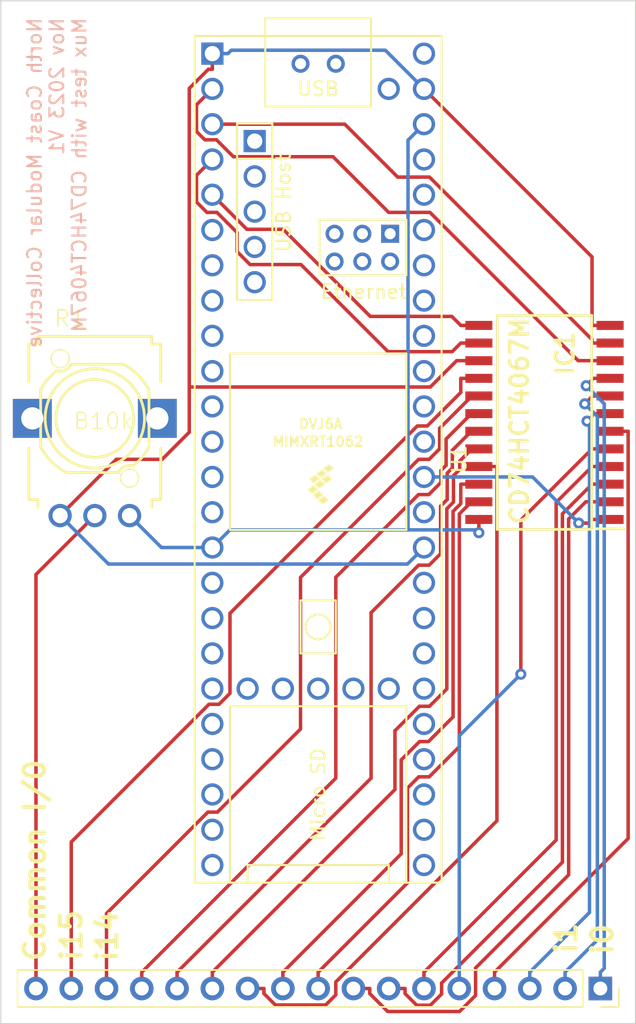
<source format=kicad_pcb>
(kicad_pcb (version 20221018) (generator pcbnew)
  (layers (0 "F.Cu" signal) (31 "B.Cu" signal) (34 "B.Paste" user) (35 "F.Paste" user) (36 "B.SilkS" user "B.Silkscreen") (37 "F.SilkS" user "F.Silkscreen") (38 "B.Mask" user) (39 "F.Mask" user) (44 "Edge.Cuts" user))
  (net 0 "")
  (net 1 "i0")
  (net 2 "i1")
  (net 3 "i2")
  (net 4 "i3")
  (net 5 "i4")
  (net 6 "i5")
  (net 7 "i6")
  (net 8 "i7")
  (net 9 "i8")
  (net 10 "i9")
  (net 11 "i10")
  (net 12 "i11")
  (net 13 "i12")
  (net 14 "i13")
  (net 15 "i14")
  (net 16 "i15")
  (net 17 "Net-(J2-Pin_17)")
  (net 18 "GND")
  (net 19 "+3.3V")
  (net 36 "Common I{slash}O")
  (net 38 "S0")
  (net 39 "S1")
  (net 40 "S2")
  (net 41 "S3")
  (footprint "Alpha potentiometer eurorack:EVUFXL" (layer "F.Cu") (at 133.7774 52.9324)
    (fp_text reference "R1" (at -3 -6.5) (layer "F.SilkS") (effects (font (size 1.1684 1.1684) (thickness 0.1016)) (justify left bottom)))
    (fp_text value "B10k" (at -1.614331 0.873286) (layer "F.SilkS") (effects (font (size 1.1684 1.1684) (thickness 0.1016)) (justify left bottom)))
    (fp_line (start -4.75 -2.65) (end -4.75 -5.35) (stroke (width 0.2032)) (layer "F.SilkS"))
    (fp_line (start -4.75 5.85) (end -4.75 2.15) (stroke (width 0.2032)) (layer "F.SilkS"))
    (fp_line (start -4.75 5.85) (end -4.1 5.85) (stroke (width 0.2032)) (layer "F.SilkS"))
    (fp_line (start -4.1 -5.9) (end -4.1 -5.35) (stroke (width 0.2032)) (layer "F.SilkS"))
    (fp_line (start -4.1 -5.9) (end 4.1 -5.9) (stroke (width 0.2032)) (layer "F.SilkS"))
    (fp_line (start -4.1 -5.35) (end -4.75 -5.35) (stroke (width 0.2032)) (layer "F.SilkS"))
    (fp_line (start -4.1 5.85) (end -4.1 6.4) (stroke (width 0.2032)) (layer "F.SilkS"))
    (fp_line (start -3.9 -2.05) (end -3.9 2.05) (stroke (width 0.2032)) (layer "F.SilkS"))
    (fp_line (start -1.7 -3.9) (end 2.05 -3.9) (stroke (width 0.2032)) (layer "F.SilkS"))
    (fp_line (start 1.7 3.9) (end -2.05 3.9) (stroke (width 0.2032)) (layer "F.SilkS"))
    (fp_line (start 3.9 2.05) (end 3.9 -2.05) (stroke (width 0.2032)) (layer "F.SilkS"))
    (fp_line (start 4.1 -5.35) (end 4.1 -5.9) (stroke (width 0.2032)) (layer "F.SilkS"))
    (fp_line (start 4.1 5.85) (end 4.75 5.85) (stroke (width 0.2032)) (layer "F.SilkS"))
    (fp_line (start 4.1 6.4) (end 4.1 5.85) (stroke (width 0.2032)) (layer "F.SilkS"))
    (fp_line (start 4.75 -5.35) (end 4.1 -5.35) (stroke (width 0.2032)) (layer "F.SilkS"))
    (fp_line (start 4.75 -5.35) (end 4.75 -2.65) (stroke (width 0.2032)) (layer "F.SilkS"))
    (fp_line (start 4.75 2.15) (end 4.75 5.85) (stroke (width 0.2032)) (layer "F.SilkS"))
    (fp_arc (start -3.9 -2.05) (mid -3.402413 -2.802246) (end -2.75 -3.425) (stroke (width 0.2032)) (layer "F.SilkS"))
    (fp_arc (start -2.05 3.9) (mid -3.115486 3.115486) (end -3.9 2.05) (stroke (width 0.2032)) (layer "F.SilkS"))
    (fp_arc (start -1.700001 -3.899999) (mid -2.138487 -3.471258) (end -2.75 -3.425) (stroke (width 0.2032)) (layer "F.SilkS"))
    (fp_arc (start 1.700001 3.899999) (mid 2.138487 3.471258) (end 2.75 3.425) (stroke (width 0.2032)) (layer "F.SilkS"))
    (fp_arc (start 2.05 -3.9) (mid 3.115486 -3.115486) (end 3.9 -2.05) (stroke (width 0.2032)) (layer "F.SilkS"))
    (fp_arc (start 3.9 2.05) (mid 3.402413 2.802245) (end 2.75 3.425) (stroke (width 0.2032)) (layer "F.SilkS"))
    (fp_circle (center -2.5 -4.3) (end -1.85 -4.3) (stroke (width 0.1016)) (fill none) (layer "F.SilkS"))
    (fp_circle (center 0 0) (end 2.8 0) (stroke (width 0.2032)) (fill none) (layer "F.SilkS"))
    (fp_circle (center 0 0) (end 3.575 0) (stroke (width 0.2032)) (fill none) (layer "F.SilkS"))
    (fp_circle (center 2.5 4.3) (end 3.15 4.3) (stroke (width 0.1016)) (fill none) (layer "F.SilkS"))
    (pad "1" thru_hole circle (at -2.5 7 270) (size 1.6764 1.6764) (drill 1.1) (layers "*.Cu" "*.Mask") (net 18 "GND"))
    (pad "2" thru_hole circle (at 0 7 270) (size 1.6764 1.6764) (drill 1.1) (layers "*.Cu" "*.Mask") (net 17 "Net-(J2-Pin_17)"))
    (pad "3" thru_hole circle (at 2.5 7 270) (size 1.6764 1.6764) (drill 1.1) (layers "*.Cu" "*.Mask") (net 19 "+3.3V"))
    (pad "M1" thru_hole rect (at 4.5 0 270) (size 2.8 2.8) (drill 1.6) (layers "*.Cu" "*.Mask"))
    (pad "M2" thru_hole rect (at -4.5 0 270) (size 2.8 2.8) (drill 1.6) (layers "*.Cu" "*.Mask"))
  )
  (footprint "Connector_PinSocket_2.54mm:PinSocket_1x17_P2.54mm_Vertical" (layer "F.Cu") (at 170.18 93.98 -90)
    (fp_text reference "J2" hide)
    (fp_text value "Conn_01x17_Socket" hide)
    (fp_line (start -1.33 1.27) (end -1.33 41.97) (stroke (width 0.12)) (layer "F.SilkS"))
    (fp_line (start -1.33 1.27) (end 1.33 1.27) (stroke (width 0.12)) (layer "F.SilkS"))
    (fp_line (start -1.33 41.97) (end 1.33 41.97) (stroke (width 0.12)) (layer "F.SilkS"))
    (fp_line (start 0 -1.33) (end 1.33 -1.33) (stroke (width 0.12)) (layer "F.SilkS"))
    (fp_line (start 1.33 -1.33) (end 1.33 0) (stroke (width 0.12)) (layer "F.SilkS"))
    (fp_line (start 1.33 1.27) (end 1.33 41.97) (stroke (width 0.12)) (layer "F.SilkS"))
    (pad "1" thru_hole rect (at 0 0 270) (size 1.7 1.7) (drill 1) (layers "*.Cu" "*.Mask") (net 1 "i0"))
    (pad "2" thru_hole oval (at 0 2.54 270) (size 1.7 1.7) (drill 1) (layers "*.Cu" "*.Mask") (net 2 "i1"))
    (pad "3" thru_hole oval (at 0 5.08 270) (size 1.7 1.7) (drill 1) (layers "*.Cu" "*.Mask") (net 3 "i2"))
    (pad "4" thru_hole oval (at 0 7.62 270) (size 1.7 1.7) (drill 1) (layers "*.Cu" "*.Mask") (net 4 "i3"))
    (pad "5" thru_hole oval (at 0 10.16 270) (size 1.7 1.7) (drill 1) (layers "*.Cu" "*.Mask") (net 5 "i4"))
    (pad "6" thru_hole oval (at 0 12.7 270) (size 1.7 1.7) (drill 1) (layers "*.Cu" "*.Mask") (net 6 "i5"))
    (pad "7" thru_hole oval (at 0 15.24 270) (size 1.7 1.7) (drill 1) (layers "*.Cu" "*.Mask") (net 7 "i6"))
    (pad "8" thru_hole oval (at 0 17.78 270) (size 1.7 1.7) (drill 1) (layers "*.Cu" "*.Mask") (net 8 "i7"))
    (pad "9" thru_hole oval (at 0 20.32 270) (size 1.7 1.7) (drill 1) (layers "*.Cu" "*.Mask") (net 9 "i8"))
    (pad "10" thru_hole oval (at 0 22.86 270) (size 1.7 1.7) (drill 1) (layers "*.Cu" "*.Mask") (net 10 "i9"))
    (pad "11" thru_hole oval (at 0 25.4 270) (size 1.7 1.7) (drill 1) (layers "*.Cu" "*.Mask") (net 11 "i10"))
    (pad "12" thru_hole oval (at 0 27.94 270) (size 1.7 1.7) (drill 1) (layers "*.Cu" "*.Mask") (net 12 "i11"))
    (pad "13" thru_hole oval (at 0 30.48 270) (size 1.7 1.7) (drill 1) (layers "*.Cu" "*.Mask") (net 13 "i12"))
    (pad "14" thru_hole oval (at 0 33.02 270) (size 1.7 1.7) (drill 1) (layers "*.Cu" "*.Mask") (net 14 "i13"))
    (pad "15" thru_hole oval (at 0 35.56 270) (size 1.7 1.7) (drill 1) (layers "*.Cu" "*.Mask") (net 15 "i14"))
    (pad "16" thru_hole oval (at 0 38.1 270) (size 1.7 1.7) (drill 1) (layers "*.Cu" "*.Mask") (net 16 "i15"))
    (pad "17" thru_hole oval (at 0 40.64 270) (size 1.7 1.7) (drill 1) (layers "*.Cu" "*.Mask") (net 17 "Net-(J2-Pin_17)"))
  )
  (footprint "CD74HCT4067M MUX:SOIC127P1030X265-24N" (layer "F.Cu") (at 166.1556 53.2241 180)
    (fp_text reference "IC1" (at -1.4844 4.9641 90) (layer "F.SilkS") (effects (font (size 1.27 1.27) (thickness 0.254))))
    (fp_text value "CD74HCT4067M" (at 1.802933 0.100163 90) (layer "F.SilkS") (effects (font (size 1.27 1.27) (thickness 0.254))))
    (fp_line (start -5.7 -7.66) (end -3.75 -7.66) (stroke (width 0.2)) (layer "F.SilkS"))
    (fp_line (start -3.4 -7.7) (end 3.4 -7.7) (stroke (width 0.2)) (layer "F.SilkS"))
    (fp_line (start -3.4 7.7) (end -3.4 -7.7) (stroke (width 0.2)) (layer "F.SilkS"))
    (fp_line (start 3.4 -7.7) (end 3.4 7.7) (stroke (width 0.2)) (layer "F.SilkS"))
    (fp_line (start 3.4 7.7) (end -3.4 7.7) (stroke (width 0.2)) (layer "F.SilkS"))
    (pad "1" smd rect (at -4.725 -6.985 270) (size 0.65 1.95) (layers "F.Cu" "F.Paste" "F.Mask") (net 36 "Common I{slash}O"))
    (pad "2" smd rect (at -4.725 -5.715 270) (size 0.65 1.95) (layers "F.Cu" "F.Paste" "F.Mask") (net 8 "i7"))
    (pad "3" smd rect (at -4.725 -4.445 270) (size 0.65 1.95) (layers "F.Cu" "F.Paste" "F.Mask") (net 7 "i6"))
    (pad "4" smd rect (at -4.725 -3.175 270) (size 0.65 1.95) (layers "F.Cu" "F.Paste" "F.Mask") (net 6 "i5"))
    (pad "5" smd rect (at -4.725 -1.905 270) (size 0.65 1.95) (layers "F.Cu" "F.Paste" "F.Mask") (net 5 "i4"))
    (pad "6" smd rect (at -4.725 -0.635 270) (size 0.65 1.95) (layers "F.Cu" "F.Paste" "F.Mask") (net 4 "i3"))
    (pad "7" smd rect (at -4.725 0.635 270) (size 0.65 1.95) (layers "F.Cu" "F.Paste" "F.Mask") (net 3 "i2"))
    (pad "8" smd rect (at -4.725 1.905 270) (size 0.65 1.95) (layers "F.Cu" "F.Paste" "F.Mask") (net 2 "i1"))
    (pad "9" smd rect (at -4.725 3.175 270) (size 0.65 1.95) (layers "F.Cu" "F.Paste" "F.Mask") (net 1 "i0"))
    (pad "10" smd rect (at -4.725 4.445 270) (size 0.65 1.95) (layers "F.Cu" "F.Paste" "F.Mask") (net 38 "S0"))
    (pad "11" smd rect (at -4.725 5.715 270) (size 0.65 1.95) (layers "F.Cu" "F.Paste" "F.Mask") (net 39 "S1"))
    (pad "12" smd rect (at -4.725 6.985 270) (size 0.65 1.95) (layers "F.Cu" "F.Paste" "F.Mask") (net 18 "GND"))
    (pad "13" smd rect (at 4.725 6.985 270) (size 0.65 1.95) (layers "F.Cu" "F.Paste" "F.Mask") (net 41 "S3"))
    (pad "14" smd rect (at 4.725 5.715 270) (size 0.65 1.95) (layers "F.Cu" "F.Paste" "F.Mask") (net 40 "S2"))
    (pad "15" smd rect (at 4.725 4.445 270) (size 0.65 1.95) (layers "F.Cu" "F.Paste" "F.Mask") (net 18 "GND"))
    (pad "16" smd rect (at 4.725 3.175 270) (size 0.65 1.95) (layers "F.Cu" "F.Paste" "F.Mask") (net 16 "i15"))
    (pad "17" smd rect (at 4.725 1.905 270) (size 0.65 1.95) (layers "F.Cu" "F.Paste" "F.Mask") (net 15 "i14"))
    (pad "18" smd rect (at 4.725 0.635 270) (size 0.65 1.95) (layers "F.Cu" "F.Paste" "F.Mask") (net 14 "i13"))
    (pad "19" smd rect (at 4.725 -0.635 270) (size 0.65 1.95) (layers "F.Cu" "F.Paste" "F.Mask") (net 13 "i12"))
    (pad "20" smd rect (at 4.725 -1.905 270) (size 0.65 1.95) (layers "F.Cu" "F.Paste" "F.Mask") (net 12 "i11"))
    (pad "21" smd rect (at 4.725 -3.175 270) (size 0.65 1.95) (layers "F.Cu" "F.Paste" "F.Mask") (net 11 "i10"))
    (pad "22" smd rect (at 4.725 -4.445 270) (size 0.65 1.95) (layers "F.Cu" "F.Paste" "F.Mask") (net 10 "i9"))
    (pad "23" smd rect (at 4.725 -5.715 270) (size 0.65 1.95) (layers "F.Cu" "F.Paste" "F.Mask") (net 9 "i8"))
    (pad "24" smd rect (at 4.725 -6.985 270) (size 0.65 1.95) (layers "F.Cu" "F.Paste" "F.Mask") (net 19 "+3.3V"))
  )
  (footprint "teensy:Teensy41" (layer "F.Cu") (at 149.86 55.88 -90)
    (fp_text reference "U1" (at 0 -10.16 90) (layer "F.SilkS"))
    (fp_text value "Teensy4.1")
    (fp_text user "DVJ6A" (at -2.54 -0.18) (layer "F.SilkS") (effects (font (size 0.7 0.7))))
    (fp_text user "Ethernet" (at -12.065 -3.2766) (layer "F.SilkS"))
    (fp_text user "MIMXRT1062" (at -1.27 0) (layer "F.SilkS") (effects (font (size 0.7 0.7))))
    (fp_text user "Micro SD" (at 24.13 0 90) (layer "F.SilkS"))
    (fp_text user "USB Host" (at -18.4658 2.4892 90) (layer "F.SilkS"))
    (fp_text user "USB" (at -26.67 0) (layer "F.SilkS"))
    (fp_line (start -31.75 -3.81) (end -30.48 -3.81) (stroke (width 0.15)) (layer "F.SilkS"))
    (fp_line (start -31.75 3.81) (end -31.75 -3.81) (stroke (width 0.15)) (layer "F.SilkS"))
    (fp_line (start -30.48 -8.89) (end 30.48 -8.89) (stroke (width 0.15)) (layer "F.SilkS"))
    (fp_line (start -30.48 3.81) (end -31.75 3.81) (stroke (width 0.15)) (layer "F.SilkS"))
    (fp_line (start -30.48 8.89) (end -30.48 -8.89) (stroke (width 0.15)) (layer "F.SilkS"))
    (fp_line (start -25.4 -3.81) (end -30.48 -3.81) (stroke (width 0.15)) (layer "F.SilkS"))
    (fp_line (start -25.4 3.81) (end -30.48 3.81) (stroke (width 0.15)) (layer "F.SilkS"))
    (fp_line (start -25.4 3.81) (end -25.4 -3.81) (stroke (width 0.15)) (layer "F.SilkS"))
    (fp_line (start -24.1808 3.2992) (end -21.6408 3.2992) (stroke (width 0.15)) (layer "F.SilkS"))
    (fp_line (start -24.1808 3.2992) (end -11.4808 3.2992) (stroke (width 0.15)) (layer "F.SilkS"))
    (fp_line (start -24.1808 5.8392) (end -24.1808 3.2992) (stroke (width 0.15)) (layer "F.SilkS"))
    (fp_line (start -21.6408 3.2992) (end -21.6408 5.8392) (stroke (width 0.15)) (layer "F.SilkS"))
    (fp_line (start -17.25 -6.3516) (end -17.25 -6.1016) (stroke (width 0.15)) (layer "F.SilkS"))
    (fp_line (start -17.25 -6.1016) (end -17.25 -0.1016) (stroke (width 0.15)) (layer "F.SilkS"))
    (fp_line (start -17.25 -0.1016) (end -13.25 -0.1016) (stroke (width 0.15)) (layer "F.SilkS"))
    (fp_line (start -13.25 -6.3516) (end -17.25 -6.3516) (stroke (width 0.15)) (layer "F.SilkS"))
    (fp_line (start -13.25 -0.1016) (end -13.25 -6.3516) (stroke (width 0.15)) (layer "F.SilkS"))
    (fp_line (start -11.4808 3.2992) (end -11.4808 5.8392) (stroke (width 0.15)) (layer "F.SilkS"))
    (fp_line (start -11.4808 5.8392) (end -24.1808 5.8392) (stroke (width 0.15)) (layer "F.SilkS"))
    (fp_line (start -7.62 -6.35) (end -7.62 6.35) (stroke (width 0.15)) (layer "F.SilkS"))
    (fp_line (start -7.62 6.35) (end 5.08 6.35) (stroke (width 0.15)) (layer "F.SilkS"))
    (fp_line (start 5.08 -6.35) (end -7.62 -6.35) (stroke (width 0.15)) (layer "F.SilkS"))
    (fp_line (start 5.08 6.35) (end 5.08 -6.35) (stroke (width 0.15)) (layer "F.SilkS"))
    (fp_line (start 10.16 -1.27) (end 13.97 -1.27) (stroke (width 0.15)) (layer "F.SilkS"))
    (fp_line (start 10.16 1.27) (end 10.16 -1.27) (stroke (width 0.15)) (layer "F.SilkS"))
    (fp_line (start 13.97 -1.27) (end 13.97 1.27) (stroke (width 0.15)) (layer "F.SilkS"))
    (fp_line (start 13.97 1.27) (end 10.16 1.27) (stroke (width 0.15)) (layer "F.SilkS"))
    (fp_line (start 17.78 -6.35) (end 17.78 6.35) (stroke (width 0.15)) (layer "F.SilkS"))
    (fp_line (start 17.78 6.35) (end 30.48 6.35) (stroke (width 0.15)) (layer "F.SilkS"))
    (fp_line (start 29.21 -5.08) (end 29.21 5.08) (stroke (width 0.15)) (layer "F.SilkS"))
    (fp_line (start 29.21 5.08) (end 30.48 5.08) (stroke (width 0.15)) (layer "F.SilkS"))
    (fp_line (start 30.48 -8.89) (end 30.48 8.89) (stroke (width 0.15)) (layer "F.SilkS"))
    (fp_line (start 30.48 -6.35) (end 17.78 -6.35) (stroke (width 0.15)) (layer "F.SilkS"))
    (fp_line (start 30.48 -5.08) (end 29.21 -5.08) (stroke (width 0.15)) (layer "F.SilkS"))
    (fp_line (start 30.48 8.89) (end -30.48 8.89) (stroke (width 0.15)) (layer "F.SilkS"))
    (fp_circle (center 12.065 0) (end 12.7 -0.635) (stroke (width 0.15)) (fill none) (layer "F.SilkS"))
    (fp_poly (pts (xy 0.911 -0.688) (xy 0.657 -0.434) (xy 0.403 -0.815) (xy 0.657 -1.069)) (stroke (width 0.1)) (fill solid) (layer "F.SilkS"))
    (fp_poly (pts (xy 1.292 -0.18) (xy 1.038 0.074) (xy 0.784 -0.307) (xy 1.038 -0.561)) (stroke (width 0.1)) (fill solid) (layer "F.SilkS"))
    (fp_poly (pts (xy 1.673 -0.561) (xy 1.419 -0.307) (xy 1.165 -0.688) (xy 1.419 -0.942)) (stroke (width 0.1)) (fill solid) (layer "F.SilkS"))
    (fp_poly (pts (xy 1.673 0.328) (xy 1.419 0.582) (xy 1.165 0.201) (xy 1.419 -0.053)) (stroke (width 0.1)) (fill solid) (layer "F.SilkS"))
    (fp_poly (pts (xy 2.054 -0.053) (xy 1.8 0.201) (xy 1.546 -0.18) (xy 1.8 -0.434)) (stroke (width 0.1)) (fill solid) (layer "F.SilkS"))
    (fp_poly (pts (xy 2.435 0.455) (xy 2.181 0.709) (xy 1.927 0.328) (xy 2.181 0.074)) (stroke (width 0.1)) (fill solid) (layer "F.SilkS"))
    (fp_poly (pts (xy 2.816 0.074) (xy 2.562 0.328) (xy 2.308 -0.053) (xy 2.562 -0.307)) (stroke (width 0.1)) (fill solid) (layer "F.SilkS"))
    (fp_poly (pts (xy 3.197 -0.307) (xy 2.943 -0.053) (xy 2.689 -0.434) (xy 2.943 -0.688)) (stroke (width 0.1)) (fill solid) (layer "F.SilkS"))
    (pad "1" thru_hole rect (at -29.21 7.62 270) (size 1.6 1.6) (drill 1.1) (layers "*.Cu" "*.Mask") (net 18 "GND"))
    (pad "2" thru_hole circle (at -26.67 7.62 270) (size 1.6 1.6) (drill 1.1) (layers "*.Cu" "*.Mask") (net 38 "S0"))
    (pad "3" thru_hole circle (at -24.13 7.62 270) (size 1.6 1.6) (drill 1.1) (layers "*.Cu" "*.Mask") (net 39 "S1"))
    (pad "4" thru_hole circle (at -21.59 7.62 270) (size 1.6 1.6) (drill 1.1) (layers "*.Cu" "*.Mask") (net 40 "S2"))
    (pad "5" thru_hole circle (at -19.05 7.62 270) (size 1.6 1.6) (drill 1.1) (layers "*.Cu" "*.Mask") (net 41 "S3"))
    (pad "6" thru_hole circle (at -16.51 7.62 270) (size 1.6 1.6) (drill 1.1) (layers "*.Cu" "*.Mask"))
    (pad "7" thru_hole circle (at -13.97 7.62 270) (size 1.6 1.6) (drill 1.1) (layers "*.Cu" "*.Mask"))
    (pad "8" thru_hole circle (at -11.43 7.62 270) (size 1.6 1.6) (drill 1.1) (layers "*.Cu" "*.Mask"))
    (pad "9" thru_hole circle (at -8.89 7.62 270) (size 1.6 1.6) (drill 1.1) (layers "*.Cu" "*.Mask"))
    (pad "10" thru_hole circle (at -6.35 7.62 270) (size 1.6 1.6) (drill 1.1) (layers "*.Cu" "*.Mask"))
    (pad "11" thru_hole circle (at -3.81 7.62 270) (size 1.6 1.6) (drill 1.1) (layers "*.Cu" "*.Mask"))
    (pad "12" thru_hole circle (at -1.27 7.62 270) (size 1.6 1.6) (drill 1.1) (layers "*.Cu" "*.Mask"))
    (pad "13" thru_hole circle (at 1.27 7.62 270) (size 1.6 1.6) (drill 1.1) (layers "*.Cu" "*.Mask"))
    (pad "14" thru_hole circle (at 3.81 7.62 270) (size 1.6 1.6) (drill 1.1) (layers "*.Cu" "*.Mask"))
    (pad "15" thru_hole circle (at 6.35 7.62 270) (size 1.6 1.6) (drill 1.1) (layers "*.Cu" "*.Mask") (net 19 "+3.3V"))
    (pad "16" thru_hole circle (at 8.89 7.62 270) (size 1.6 1.6) (drill 1.1) (layers "*.Cu" "*.Mask"))
    (pad "17" thru_hole circle (at 11.43 7.62 270) (size 1.6 1.6) (drill 1.1) (layers "*.Cu" "*.Mask"))
    (pad "18" thru_hole circle (at 13.97 7.62 270) (size 1.6 1.6) (drill 1.1) (layers "*.Cu" "*.Mask"))
    (pad "19" thru_hole circle (at 16.51 7.62 270) (size 1.6 1.6) (drill 1.1) (layers "*.Cu" "*.Mask"))
    (pad "20" thru_hole circle (at 19.05 7.62 270) (size 1.6 1.6) (drill 1.1) (layers "*.Cu" "*.Mask"))
    (pad "21" thru_hole circle (at 21.59 7.62 270) (size 1.6 1.6) (drill 1.1) (layers "*.Cu" "*.Mask"))
    (pad "22" thru_hole circle (at 24.13 7.62 270) (size 1.6 1.6) (drill 1.1) (layers "*.Cu" "*.Mask"))
    (pad "23" thru_hole circle (at 26.67 7.62 270) (size 1.6 1.6) (drill 1.1) (layers "*.Cu" "*.Mask"))
    (pad "24" thru_hole circle (at 29.21 7.62 270) (size 1.6 1.6) (drill 1.1) (layers "*.Cu" "*.Mask"))
    (pad "25" thru_hole circle (at 29.21 -7.62 270) (size 1.6 1.6) (drill 1.1) (layers "*.Cu" "*.Mask"))
    (pad "26" thru_hole circle (at 26.67 -7.62 270) (size 1.6 1.6) (drill 1.1) (layers "*.Cu" "*.Mask"))
    (pad "27" thru_hole circle (at 24.13 -7.62 270) (size 1.6 1.6) (drill 1.1) (layers "*.Cu" "*.Mask"))
    (pad "28" thru_hole circle (at 21.59 -7.62 270) (size 1.6 1.6) (drill 1.1) (layers "*.Cu" "*.Mask"))
    (pad "29" thru_hole circle (at 19.05 -7.62 270) (size 1.6 1.6) (drill 1.1) (layers "*.Cu" "*.Mask"))
    (pad "30" thru_hole circle (at 16.51 -7.62 270) (size 1.6 1.6) (drill 1.1) (layers "*.Cu" "*.Mask"))
    (pad "31" thru_hole circle (at 13.97 -7.62 270) (size 1.6 1.6) (drill 1.1) (layers "*.Cu" "*.Mask"))
    (pad "32" thru_hole circle (at 11.43 -7.62 270) (size 1.6 1.6) (drill 1.1) (layers "*.Cu" "*.Mask"))
    (pad "33" thru_hole circle (at 8.89 -7.62 270) (size 1.6 1.6) (drill 1.1) (layers "*.Cu" "*.Mask"))
    (pad "34" thru_hole circle (at 6.35 -7.62 270) (size 1.6 1.6) (drill 1.1) (layers "*.Cu" "*.Mask") (net 18 "GND"))
    (pad "35" thru_hole circle (at 3.81 -7.62 270) (size 1.6 1.6) (drill 1.1) (layers "*.Cu" "*.Mask"))
    (pad "36" thru_hole circle (at 1.27 -7.62 270) (size 1.6 1.6) (drill 1.1) (layers "*.Cu" "*.Mask") (net 36 "Common I{slash}O"))
    (pad "37" thru_hole circle (at -1.27 -7.62 270) (size 1.6 1.6) (drill 1.1) (layers "*.Cu" "*.Mask"))
    (pad "38" thru_hole circle (at -3.81 -7.62 270) (size 1.6 1.6) (drill 1.1) (layers "*.Cu" "*.Mask"))
    (pad "39" thru_hole circle (at -6.35 -7.62 270) (size 1.6 1.6) (drill 1.1) (layers "*.Cu" "*.Mask"))
    (pad "40" thru_hole circle (at -8.89 -7.62 270) (size 1.6 1.6) (drill 1.1) (layers "*.Cu" "*.Mask"))
    (pad "41" thru_hole circle (at -11.43 -7.62 270) (size 1.6 1.6) (drill 1.1) (layers "*.Cu" "*.Mask"))
    (pad "42" thru_hole circle (at -13.97 -7.62 270) (size 1.6 1.6) (drill 1.1) (layers "*.Cu" "*.Mask"))
    (pad "43" thru_hole circle (at -16.51 -7.62 270) (size 1.6 1.6) (drill 1.1) (layers "*.Cu" "*.Mask"))
    (pad "44" thru_hole circle (at -19.05 -7.62 270) (size 1.6 1.6) (drill 1.1) (layers "*.Cu" "*.Mask"))
    (pad "45" thru_hole circle (at -21.59 -7.62 270) (size 1.6 1.6) (drill 1.1) (layers "*.Cu" "*.Mask"))
    (pad "46" thru_hole circle (at -24.13 -7.62 270) (size 1.6 1.6) (drill 1.1) (layers "*.Cu" "*.Mask") (net 19 "+3.3V"))
    (pad "47" thru_hole circle (at -26.67 -7.62 270) (size 1.6 1.6) (drill 1.1) (layers "*.Cu" "*.Mask") (net 18 "GND"))
    (pad "48" thru_hole circle (at -29.21 -7.62 270) (size 1.6 1.6) (drill 1.1) (layers "*.Cu" "*.Mask"))
    (pad "49" thru_hole circle (at -26.67 -5.08 270) (size 1.6 1.6) (drill 1.1) (layers "*.Cu" "*.Mask"))
    (pad "50" thru_hole circle (at 16.51 5.08 270) (size 1.6 1.6) (drill 1.1) (layers "*.Cu" "*.Mask"))
    (pad "51" thru_hole circle (at 16.51 2.54 270) (size 1.6 1.6) (drill 1.1) (layers "*.Cu" "*.Mask"))
    (pad "52" thru_hole circle (at 16.51 0 270) (size 1.6 1.6) (drill 1.1) (layers "*.Cu" "*.Mask"))
    (pad "53" thru_hole circle (at 16.51 -2.54 270) (size 1.6 1.6) (drill 1.1) (layers "*.Cu" "*.Mask"))
    (pad "54" thru_hole circle (at 16.51 -5.08 270) (size 1.6 1.6) (drill 1.1) (layers "*.Cu" "*.Mask"))
    (pad "55" thru_hole rect (at -22.9108 4.5692 270) (size 1.6 1.6) (drill 1.1) (layers "*.Cu" "*.Mask"))
    (pad "56" thru_hole circle (at -20.3708 4.5692 270) (size 1.6 1.6) (drill 1.1) (layers "*.Cu" "*.Mask"))
    (pad "57" thru_hole circle (at -17.8308 4.5692 270) (size 1.6 1.6) (drill 1.1) (layers "*.Cu" "*.Mask"))
    (pad "58" thru_hole circle (at -15.2908 4.5692 270) (size 1.6 1.6) (drill 1.1) (layers "*.Cu" "*.Mask"))
    (pad "59" thru_hole circle (at -12.7508 4.5692 270) (size 1.6 1.6) (drill 1.1) (layers "*.Cu" "*.Mask"))
    (pad "60" thru_hole rect (at -16.24 -5.1816 270) (size 1.3 1.3) (drill 0.8) (layers "*.Cu" "*.Mask"))
    (pad "61" thru_hole circle (at -16.24 -3.1816 270) (size 1.3 1.3) (drill 0.8) (layers "*.Cu" "*.Mask"))
    (pad "62" thru_hole circle (at -16.24 -1.1816 270) (size 1.3 1.3) (drill 0.8) (layers "*.Cu" "*.Mask"))
    (pad "63" thru_hole circle (at -14.24 -1.1816 270) (size 1.3 1.3) (drill 0.8) (layers "*.Cu" "*.Mask"))
    (pad "64" thru_hole circle (at -14.24 -3.1816 270) (size 1.3 1.3) (drill 0.8) (layers "*.Cu" "*.Mask"))
    (pad "65" thru_hole circle (at -14.24 -5.1816 270) (size 1.3 1.3) (drill 0.8) (layers "*.Cu" "*.Mask"))
    (pad "66" thru_hole circle (at -28.48 -1.27 270) (size 1.3 1.3) (drill 0.8) (layers "*.Cu" "*.Mask"))
    (pad "67" thru_hole circle (at -28.48 1.27 270) (size 1.3 1.3) (drill 0.8) (layers "*.Cu" "*.Mask"))
  )
  (gr_rect (start 127 22.86) (end 172.72 96.52) (stroke (width 0.1)) (fill none) (layer "Edge.Cuts"))
  (gr_text "North Coast Modular Collective\nNov 2023 V1\nMux test with CD74HCT4067M" (at 133.245898 24.004801 90) (layer "B.SilkS") (effects (font (size 1 1)) (justify left bottom mirror)))
  (gr_text "i1" (at 168.586445 91.634796 90) (layer "F.SilkS") (effects (font (size 1.5 1.5) (thickness 0.3) bold) (justify left bottom)))
  (gr_text "Common I/0" (at 130.340657 92.162321 90) (layer "F.SilkS") (effects (font (size 1.5 1.5) (thickness 0.3) bold) (justify left bottom)))
  (gr_text "i15" (at 132.954305 92.138342 90) (layer "F.SilkS") (effects (font (size 1.5 1.5) (thickness 0.3) bold) (justify left bottom)))
  (gr_text "i0" (at 171.200092 91.706731 90) (layer "F.SilkS") (effects (font (size 1.5 1.5) (thickness 0.3) bold) (justify left bottom)))
  (gr_text "i14" (at 135.526901 92.186299 90) (layer "F.SilkS") (effects (font (size 1.5 1.5) (thickness 0.3) bold) (justify left bottom)))
  (segment (start 169.1595 50.5826) (end 169.5805 50.1616) (width 0.25) (layer "F.Cu") (net 1))
  (segment (start 169.5805 50.1616) (end 169.5805 50.0491) (width 0.25) (layer "F.Cu") (net 1))
  (segment (start 170.8806 50.0491) (end 169.5805 50.0491) (width 0.25) (layer "F.Cu") (net 1))
  (via (at 169.1595 50.5826) (size 0.8) (drill 0.4) (layers "F.Cu" "B.Cu") (net 1))
  (segment (start 170.18 92.8049) (end 170.4587 92.5262) (width 0.25) (layer "B.Cu") (net 1))
  (segment (start 170.18 93.98) (end 170.18 92.8049) (width 0.25) (layer "B.Cu") (net 1))
  (segment (start 170.4587 92.5262) (end 170.4587 51.8818) (width 0.25) (layer "B.Cu") (net 1))
  (segment (start 170.4587 51.8818) (end 169.1595 50.5826) (width 0.25) (layer "B.Cu") (net 1))
  (segment (start 170.8806 51.3191) (end 169.5805 51.3191) (width 0.25) (layer "F.Cu") (net 2))
  (segment (start 169.5805 51.3191) (end 169.5805 51.3639) (width 0.25) (layer "F.Cu") (net 2))
  (segment (start 169.5805 51.3639) (end 169.0567 51.8877) (width 0.25) (layer "F.Cu") (net 2))
  (via (at 169.0567 51.8877) (size 0.8) (drill 0.4) (layers "F.Cu" "B.Cu") (net 2))
  (segment (start 167.64 93.98) (end 167.64 92.8049) (width 0.25) (layer "B.Cu") (net 2))
  (segment (start 169.9627 90.4822) (end 169.9627 52.7937) (width 0.25) (layer "B.Cu") (net 2))
  (segment (start 167.64 92.8049) (end 169.9627 90.4822) (width 0.25) (layer "B.Cu") (net 2))
  (segment (start 169.9627 52.7937) (end 169.0567 51.8877) (width 0.25) (layer "B.Cu") (net 2))
  (segment (start 169.5805 52.7718) (end 169.5805 52.5891) (width 0.25) (layer "F.Cu") (net 3))
  (segment (start 170.8806 52.5891) (end 169.5805 52.5891) (width 0.25) (layer "F.Cu") (net 3))
  (segment (start 169.2209 53.1314) (end 169.5805 52.7718) (width 0.25) (layer "F.Cu") (net 3))
  (via (at 169.2209 53.1314) (size 0.8) (drill 0.4) (layers "F.Cu" "B.Cu") (net 3))
  (segment (start 169.3969 88.508) (end 165.1 92.8049) (width 0.25) (layer "B.Cu") (net 3))
  (segment (start 169.3969 53.3074) (end 169.3969 88.508) (width 0.25) (layer "B.Cu") (net 3))
  (segment (start 165.1 93.98) (end 165.1 92.8049) (width 0.25) (layer "B.Cu") (net 3))
  (segment (start 169.2209 53.1314) (end 169.3969 53.3074) (width 0.25) (layer "B.Cu") (net 3))
  (segment (start 162.56 92.8049) (end 172.1807 83.1842) (width 0.25) (layer "F.Cu") (net 4))
  (segment (start 170.8806 53.8591) (end 172.1807 53.8591) (width 0.25) (layer "F.Cu") (net 4))
  (segment (start 162.56 93.98) (end 162.56 92.8049) (width 0.25) (layer "F.Cu") (net 4))
  (segment (start 172.1807 83.1842) (end 172.1807 53.8591) (width 0.25) (layer "F.Cu") (net 4))
  (segment (start 164.4531 71.3519) (end 164.4531 60.2565) (width 0.25) (layer "F.Cu") (net 5))
  (segment (start 164.4531 60.2565) (end 169.5805 55.1291) (width 0.25) (layer "F.Cu") (net 5))
  (segment (start 170.8806 55.1291) (end 169.5805 55.1291) (width 0.25) (layer "F.Cu") (net 5))
  (via (at 164.4531 71.3519) (size 0.8) (drill 0.4) (layers "F.Cu" "B.Cu") (net 5))
  (segment (start 160.02 75.785) (end 164.4531 71.3519) (width 0.25) (layer "B.Cu") (net 5))
  (segment (start 160.02 93.98) (end 160.02 75.785) (width 0.25) (layer "B.Cu") (net 5))
  (segment (start 166.9974 83.2875) (end 157.48 92.8049) (width 0.25) (layer "F.Cu") (net 6))
  (segment (start 157.48 93.98) (end 157.48 92.8049) (width 0.25) (layer "F.Cu") (net 6))
  (segment (start 166.9974 58.9822) (end 166.9974 83.2875) (width 0.25) (layer "F.Cu") (net 6))
  (segment (start 170.8806 56.3991) (end 169.5805 56.3991) (width 0.25) (layer "F.Cu") (net 6))
  (segment (start 169.5805 56.3991) (end 166.9974 58.9822) (width 0.25) (layer "F.Cu") (net 6))
  (segment (start 158.75 94.3785) (end 157.9431 95.1854) (width 0.25) (layer "F.Cu") (net 7))
  (segment (start 170.8806 57.6691) (end 169.5805 57.6691) (width 0.25) (layer "F.Cu") (net 7))
  (segment (start 157.9431 95.1854) (end 156.9533 95.1854) (width 0.25) (layer "F.Cu") (net 7))
  (segment (start 154.94 93.98) (end 156.1151 93.98) (width 0.25) (layer "F.Cu") (net 7))
  (segment (start 156.9533 95.1854) (end 156.1151 94.3472) (width 0.25) (layer "F.Cu") (net 7))
  (segment (start 167.4475 59.8021) (end 167.4475 84.8905) (width 0.25) (layer "F.Cu") (net 7))
  (segment (start 158.75 93.588) (end 158.75 94.3785) (width 0.25) (layer "F.Cu") (net 7))
  (segment (start 169.5805 57.6691) (end 167.4475 59.8021) (width 0.25) (layer "F.Cu") (net 7))
  (segment (start 156.1151 94.3472) (end 156.1151 93.98) (width 0.25) (layer "F.Cu") (net 7))
  (segment (start 167.4475 84.8905) (end 158.75 93.588) (width 0.25) (layer "F.Cu") (net 7))
  (segment (start 154.8635 95.6356) (end 153.5751 94.3472) (width 0.25) (layer "F.Cu") (net 8))
  (segment (start 161.1952 94.4784) (end 160.038 95.6356) (width 0.25) (layer "F.Cu") (net 8))
  (segment (start 152.4 93.98) (end 153.5751 93.98) (width 0.25) (layer "F.Cu") (net 8))
  (segment (start 153.5751 94.3472) (end 153.5751 93.98) (width 0.25) (layer "F.Cu") (net 8))
  (segment (start 160.038 95.6356) (end 154.8635 95.6356) (width 0.25) (layer "F.Cu") (net 8))
  (segment (start 167.8976 85.7966) (end 161.1952 92.499) (width 0.25) (layer "F.Cu") (net 8))
  (segment (start 169.5805 58.9391) (end 169.1309 58.9391) (width 0.25) (layer "F.Cu") (net 8))
  (segment (start 169.1309 58.9391) (end 167.8976 60.1724) (width 0.25) (layer "F.Cu") (net 8))
  (segment (start 161.1952 92.499) (end 161.1952 94.4784) (width 0.25) (layer "F.Cu") (net 8))
  (segment (start 170.8806 58.9391) (end 169.5805 58.9391) (width 0.25) (layer "F.Cu") (net 8))
  (segment (start 167.8976 60.1724) (end 167.8976 85.7966) (width 0.25) (layer "F.Cu") (net 8))
  (segment (start 161.4306 58.9391) (end 160.8965 58.9391) (width 0.25) (layer "F.Cu") (net 9))
  (segment (start 160.8965 58.9391) (end 160.0243 59.8113) (width 0.25) (layer "F.Cu") (net 9))
  (segment (start 149.86 93.98) (end 149.86 92.8049) (width 0.25) (layer "F.Cu") (net 9))
  (segment (start 160.0243 59.8113) (end 160.0243 76.5704) (width 0.25) (layer "F.Cu") (net 9))
  (segment (start 156.2902 86.3747) (end 149.86 92.8049) (width 0.25) (layer "F.Cu") (net 9))
  (segment (start 157.8547 78.74) (end 157.104 78.74) (width 0.25) (layer "F.Cu") (net 9))
  (segment (start 160.0243 76.5704) (end 157.8547 78.74) (width 0.25) (layer "F.Cu") (net 9))
  (segment (start 156.2902 79.5538) (end 156.2902 86.3747) (width 0.25) (layer "F.Cu") (net 9))
  (segment (start 157.104 78.74) (end 156.2902 79.5538) (width 0.25) (layer "F.Cu") (net 9))
  (segment (start 157.8017 76.2) (end 157.1588 76.2) (width 0.25) (layer "F.Cu") (net 10))
  (segment (start 147.32 93.98) (end 147.32 92.8049) (width 0.25) (layer "F.Cu") (net 10))
  (segment (start 155.8401 77.5187) (end 155.8401 84.2848) (width 0.25) (layer "F.Cu") (net 10))
  (segment (start 160.1305 59.0685) (end 159.5742 59.6248) (width 0.25) (layer "F.Cu") (net 10))
  (segment (start 155.8401 84.2848) (end 147.32 92.8049) (width 0.25) (layer "F.Cu") (net 10))
  (segment (start 160.1305 57.6691) (end 160.1305 59.0685) (width 0.25) (layer "F.Cu") (net 10))
  (segment (start 161.4306 57.6691) (end 160.1305 57.6691) (width 0.25) (layer "F.Cu") (net 10))
  (segment (start 157.1588 76.2) (end 155.8401 77.5187) (width 0.25) (layer "F.Cu") (net 10))
  (segment (start 159.5742 59.6248) (end 159.5742 74.4275) (width 0.25) (layer "F.Cu") (net 10))
  (segment (start 159.5742 74.4275) (end 157.8017 76.2) (width 0.25) (layer "F.Cu") (net 10))
  (segment (start 151.13 93.5089) (end 162.7307 81.9082) (width 0.25) (layer "F.Cu") (net 11))
  (segment (start 145.9551 94.3472) (end 146.7769 95.169) (width 0.25) (layer "F.Cu") (net 11))
  (segment (start 161.4306 56.3991) (end 162.7307 56.3991) (width 0.25) (layer "F.Cu") (net 11))
  (segment (start 145.9551 93.98) (end 145.9551 94.3472) (width 0.25) (layer "F.Cu") (net 11))
  (segment (start 150.4031 95.169) (end 151.13 94.4421) (width 0.25) (layer "F.Cu") (net 11))
  (segment (start 151.13 94.4421) (end 151.13 93.5089) (width 0.25) (layer "F.Cu") (net 11))
  (segment (start 162.7307 81.9082) (end 162.7307 56.3991) (width 0.25) (layer "F.Cu") (net 11))
  (segment (start 146.7769 95.169) (end 150.4031 95.169) (width 0.25) (layer "F.Cu") (net 11))
  (segment (start 144.78 93.98) (end 145.9551 93.98) (width 0.25) (layer "F.Cu") (net 11))
  (segment (start 159.1241 72.4149) (end 157.879 73.66) (width 0.25) (layer "F.Cu") (net 12))
  (segment (start 160.9296 55.1291) (end 160.0517 56.007) (width 0.25) (layer "F.Cu") (net 12))
  (segment (start 159.6016 57.0574) (end 159.6016 58.9608) (width 0.25) (layer "F.Cu") (net 12))
  (segment (start 142.24 93.98) (end 142.24 92.8049) (width 0.25) (layer "F.Cu") (net 12))
  (segment (start 157.879 73.66) (end 157.1526 73.66) (width 0.25) (layer "F.Cu") (net 12))
  (segment (start 155.39 75.4226) (end 155.39 79.6549) (width 0.25) (layer "F.Cu") (net 12))
  (segment (start 159.1241 59.4383) (end 159.1241 72.4149) (width 0.25) (layer "F.Cu") (net 12))
  (segment (start 161.4306 55.1291) (end 160.9296 55.1291) (width 0.25) (layer "F.Cu") (net 12))
  (segment (start 155.39 79.6549) (end 142.24 92.8049) (width 0.25) (layer "F.Cu") (net 12))
  (segment (start 157.1526 73.66) (end 155.39 75.4226) (width 0.25) (layer "F.Cu") (net 12))
  (segment (start 159.6016 58.9608) (end 159.1241 59.4383) (width 0.25) (layer "F.Cu") (net 12))
  (segment (start 160.0517 56.007) (end 160.0517 56.6073) (width 0.25) (layer "F.Cu") (net 12))
  (segment (start 160.0517 56.6073) (end 159.6016 57.0574) (width 0.25) (layer "F.Cu") (net 12))
  (segment (start 158.674 62.6754) (end 157.8494 63.5) (width 0.25) (layer "F.Cu") (net 13))
  (segment (start 158.674 59.2518) (end 158.674 62.6754) (width 0.25) (layer "F.Cu") (net 13))
  (segment (start 159.5222 56.5002) (end 159.1515 56.8709) (width 0.25) (layer "F.Cu") (net 13))
  (segment (start 157.8494 63.5) (end 157.0935 63.5) (width 0.25) (layer "F.Cu") (net 13))
  (segment (start 161.4306 53.8591) (end 160.8939 53.8591) (width 0.25) (layer "F.Cu") (net 13))
  (segment (start 139.7 93.98) (end 139.7 92.8049) (width 0.25) (layer "F.Cu") (net 13))
  (segment (start 153.67 78.8349) (end 139.7 92.8049) (width 0.25) (layer "F.Cu") (net 13))
  (segment (start 160.8939 53.8591) (end 159.5222 55.2308) (width 0.25) (layer "F.Cu") (net 13))
  (segment (start 159.1515 56.8709) (end 159.1515 58.7743) (width 0.25) (layer "F.Cu") (net 13))
  (segment (start 159.5222 55.2308) (end 159.5222 56.5002) (width 0.25) (layer "F.Cu") (net 13))
  (segment (start 153.67 66.9235) (end 153.67 78.8349) (width 0.25) (layer "F.Cu") (net 13))
  (segment (start 159.1515 58.7743) (end 158.674 59.2518) (width 0.25) (layer "F.Cu") (net 13))
  (segment (start 157.0935 63.5) (end 153.67 66.9235) (width 0.25) (layer "F.Cu") (net 13))
  (segment (start 157.0811 58.42) (end 157.8215 58.42) (width 0.25) (layer "F.Cu") (net 14))
  (segment (start 137.16 93.98) (end 137.16 92.8049) (width 0.25) (layer "F.Cu") (net 14))
  (segment (start 151.13 64.3711) (end 157.0811 58.42) (width 0.25) (layer "F.Cu") (net 14))
  (segment (start 137.16 92.8049) (end 151.13 78.8349) (width 0.25) (layer "F.Cu") (net 14))
  (segment (start 158.7014 57.5401) (end 158.7014 56.6844) (width 0.25) (layer "F.Cu") (net 14))
  (segment (start 151.13 78.8349) (end 151.13 64.3711) (width 0.25) (layer "F.Cu") (net 14))
  (segment (start 158.7014 56.6844) (end 159.072 56.3138) (width 0.25) (layer "F.Cu") (net 14))
  (segment (start 159.072 54.4158) (end 160.8987 52.5891) (width 0.25) (layer "F.Cu") (net 14))
  (segment (start 157.8215 58.42) (end 158.7014 57.5401) (width 0.25) (layer "F.Cu") (net 14))
  (segment (start 159.072 56.3138) (end 159.072 54.4158) (width 0.25) (layer "F.Cu") (net 14))
  (segment (start 160.8987 52.5891) (end 161.4306 52.5891) (width 0.25) (layer "F.Cu") (net 14))
  (segment (start 148.59 75.2971) (end 148.59 64.3831) (width 0.25) (layer "F.Cu") (net 15))
  (segment (start 158.6052 55.124) (end 158.6052 53.6495) (width 0.25) (layer "F.Cu") (net 15))
  (segment (start 134.62 93.98) (end 134.62 88.5775) (width 0.25) (layer "F.Cu") (net 15))
  (segment (start 160.9356 51.3191) (end 161.4306 51.3191) (width 0.25) (layer "F.Cu") (net 15))
  (segment (start 141.9175 81.28) (end 142.6071 81.28) (width 0.25) (layer "F.Cu") (net 15))
  (segment (start 148.59 64.3831) (end 157.0931 55.88) (width 0.25) (layer "F.Cu") (net 15))
  (segment (start 157.8492 55.88) (end 158.6052 55.124) (width 0.25) (layer "F.Cu") (net 15))
  (segment (start 158.6052 53.6495) (end 160.9356 51.3191) (width 0.25) (layer "F.Cu") (net 15))
  (segment (start 142.6071 81.28) (end 148.59 75.2971) (width 0.25) (layer "F.Cu") (net 15))
  (segment (start 157.0931 55.88) (end 157.8492 55.88) (width 0.25) (layer "F.Cu") (net 15))
  (segment (start 134.62 88.5775) (end 141.9175 81.28) (width 0.25) (layer "F.Cu") (net 15))
  (segment (start 143.51 66.9631) (end 156.9939 53.4792) (width 0.25) (layer "F.Cu") (net 16))
  (segment (start 157.712 53.4792) (end 160.1305 51.0607) (width 0.25) (layer "F.Cu") (net 16))
  (segment (start 132.08 83.4314) (end 141.9962 73.5152) (width 0.25) (layer "F.Cu") (net 16))
  (segment (start 141.9962 73.5152) (end 142.7195 73.5152) (width 0.25) (layer "F.Cu") (net 16))
  (segment (start 142.7195 73.5152) (end 143.51 72.7247) (width 0.25) (layer "F.Cu") (net 16))
  (segment (start 161.4306 50.0491) (end 160.1305 50.0491) (width 0.25) (layer "F.Cu") (net 16))
  (segment (start 160.1305 51.0607) (end 160.1305 50.0491) (width 0.25) (layer "F.Cu") (net 16))
  (segment (start 132.08 93.98) (end 132.08 83.4314) (width 0.25) (layer "F.Cu") (net 16))
  (segment (start 143.51 72.7247) (end 143.51 66.9631) (width 0.25) (layer "F.Cu") (net 16))
  (segment (start 156.9939 53.4792) (end 157.712 53.4792) (width 0.25) (layer "F.Cu") (net 16))
  (segment (start 129.54 93.98) (end 129.54 64.1698) (width 0.25) (layer "F.Cu") (net 17))
  (segment (start 129.54 64.1698) (end 133.7774 59.9324) (width 0.25) (layer "F.Cu") (net 17))
  (segment (start 170.8806 46.2391) (end 169.5805 46.2391) (width 0.25) (layer "F.Cu") (net 18))
  (segment (start 140.578 50.6737) (end 157.9339 50.6737) (width 0.25) (layer "F.Cu") (net 18))
  (segment (start 157.9339 50.6737) (end 159.8285 48.7791) (width 0.25) (layer "F.Cu") (net 18))
  (segment (start 140.578 29.1758) (end 141.9587 27.7951) (width 0.25) (layer "F.Cu") (net 18))
  (segment (start 140.578 50.6737) (end 140.578 29.1758) (width 0.25) (layer "F.Cu") (net 18))
  (segment (start 159.8285 48.7791) (end 161.4306 48.7791) (width 0.25) (layer "F.Cu") (net 18))
  (segment (start 135.3298 55.88) (end 138.6257 55.88) (width 0.25) (layer "F.Cu") (net 18))
  (segment (start 140.578 53.9277) (end 140.578 50.6737) (width 0.25) (layer "F.Cu") (net 18))
  (segment (start 138.6257 55.88) (end 140.578 53.9277) (width 0.25) (layer "F.Cu") (net 18))
  (segment (start 141.9587 27.7951) (end 142.24 27.7951) (width 0.25) (layer "F.Cu") (net 18))
  (segment (start 169.5805 41.3105) (end 169.5805 46.2391) (width 0.25) (layer "F.Cu") (net 18))
  (segment (start 142.24 26.67) (end 142.24 27.7951) (width 0.25) (layer "F.Cu") (net 18))
  (segment (start 157.48 29.21) (end 169.5805 41.3105) (width 0.25) (layer "F.Cu") (net 18))
  (segment (start 131.2774 59.9324) (end 135.3298 55.88) (width 0.25) (layer "F.Cu") (net 18))
  (segment (start 143.6102 26.4249) (end 154.6949 26.4249) (width 0.25) (layer "B.Cu") (net 18))
  (segment (start 154.6949 26.4249) (end 157.48 29.21) (width 0.25) (layer "B.Cu") (net 18))
  (segment (start 156.2894 63.4206) (end 157.48 62.23) (width 0.25) (layer "B.Cu") (net 18))
  (segment (start 134.7656 63.4206) (end 156.2894 63.4206) (width 0.25) (layer "B.Cu") (net 18))
  (segment (start 143.3651 26.67) (end 143.6102 26.4249) (width 0.25) (layer "B.Cu") (net 18))
  (segment (start 142.24 26.67) (end 143.3651 26.67) (width 0.25) (layer "B.Cu") (net 18))
  (segment (start 131.2774 59.9324) (end 134.7656 63.4206) (width 0.25) (layer "B.Cu") (net 18))
  (segment (start 161.4306 61.1638) (end 161.4306 60.2091) (width 0.25) (layer "F.Cu") (net 19))
  (via (at 161.4306 61.1638) (size 0.8) (drill 0.4) (layers "F.Cu" "B.Cu") (net 19))
  (segment (start 138.575 62.23) (end 142.24 62.23) (width 0.25) (layer "B.Cu") (net 19))
  (segment (start 142.24 62.23) (end 143.51 60.96) (width 0.25) (layer "B.Cu") (net 19))
  (segment (start 156.3305 60.96) (end 161.2268 60.96) (width 0.25) (layer "B.Cu") (net 19))
  (segment (start 161.2268 60.96) (end 161.4306 61.1638) (width 0.25) (layer "B.Cu") (net 19))
  (segment (start 143.51 60.96) (end 156.3305 60.96) (width 0.25) (layer "B.Cu") (net 19))
  (segment (start 156.3305 32.8995) (end 157.48 31.75) (width 0.25) (layer "B.Cu") (net 19))
  (segment (start 156.3305 60.96) (end 156.3305 32.8995) (width 0.25) (layer "B.Cu") (net 19))
  (segment (start 136.2774 59.9324) (end 138.575 62.23) (width 0.25) (layer "B.Cu") (net 19))
  (segment (start 169.5805 60.2091) (end 169.3169 60.4727) (width 0.25) (layer "F.Cu") (net 36))
  (segment (start 169.3169 60.4727) (end 168.6227 60.4727) (width 0.25) (layer "F.Cu") (net 36))
  (segment (start 170.8806 60.2091) (end 169.5805 60.2091) (width 0.25) (layer "F.Cu") (net 36))
  (via (at 168.6227 60.4727) (size 0.8) (drill 0.4) (layers "F.Cu" "B.Cu") (net 36))
  (segment (start 165.3 57.15) (end 168.6227 60.4727) (width 0.25) (layer "B.Cu") (net 36))
  (segment (start 157.48 57.15) (end 165.3 57.15) (width 0.25) (layer "B.Cu") (net 36))
  (segment (start 141.1006 32.279) (end 141.6968 32.8752) (width 0.25) (layer "F.Cu") (net 38))
  (segment (start 142.5402 32.8752) (end 143.7594 34.0944) (width 0.25) (layer "F.Cu") (net 38))
  (segment (start 141.6968 32.8752) (end 142.5402 32.8752) (width 0.25) (layer "F.Cu") (net 38))
  (segment (start 142.24 29.21) (end 141.1006 30.3494) (width 0.25) (layer "F.Cu") (net 38))
  (segment (start 154.9337 38.1) (end 157.9085 38.1) (width 0.25) (layer "F.Cu") (net 38))
  (segment (start 143.7594 34.0944) (end 150.9281 34.0944) (width 0.25) (layer "F.Cu") (net 38))
  (segment (start 141.1006 30.3494) (end 141.1006 32.279) (width 0.25) (layer "F.Cu") (net 38))
  (segment (start 157.9085 38.1) (end 168.5876 48.7791) (width 0.25) (layer "F.Cu") (net 38))
  (segment (start 150.9281 34.0944) (end 154.9337 38.1) (width 0.25) (layer "F.Cu") (net 38))
  (segment (start 168.5876 48.7791) (end 170.8806 48.7791) (width 0.25) (layer "F.Cu") (net 38))
  (segment (start 157.8759 35.56) (end 169.5805 47.2646) (width 0.25) (layer "F.Cu") (net 39))
  (segment (start 170.8806 47.5091) (end 169.5805 47.5091) (width 0.25) (layer "F.Cu") (net 39))
  (segment (start 169.5805 47.2646) (end 169.5805 47.5091) (width 0.25) (layer "F.Cu") (net 39))
  (segment (start 155.5886 35.56) (end 157.8759 35.56) (width 0.25) (layer "F.Cu") (net 39))
  (segment (start 142.24 31.75) (end 151.7786 31.75) (width 0.25) (layer "F.Cu") (net 39))
  (segment (start 151.7786 31.75) (end 155.5886 35.56) (width 0.25) (layer "F.Cu") (net 39))
  (segment (start 142.24 34.29) (end 141.1006 35.4294) (width 0.25) (layer "F.Cu") (net 40))
  (segment (start 148.6198 41.8592) (end 154.8895 48.1289) (width 0.25) (layer "F.Cu") (net 40))
  (segment (start 141.1006 37.3539) (end 141.8467 38.1) (width 0.25) (layer "F.Cu") (net 40))
  (segment (start 141.8467 38.1) (end 142.5686 38.1) (width 0.25) (layer "F.Cu") (net 40))
  (segment (start 159.5107 48.1289) (end 160.1305 47.5091) (width 0.25) (layer "F.Cu") (net 40))
  (segment (start 142.5686 38.1) (end 144.023 39.5544) (width 0.25) (layer "F.Cu") (net 40))
  (segment (start 144.9572 41.8592) (end 148.6198 41.8592) (width 0.25) (layer "F.Cu") (net 40))
  (segment (start 161.4306 47.5091) (end 160.1305 47.5091) (width 0.25) (layer "F.Cu") (net 40))
  (segment (start 141.1006 35.4294) (end 141.1006 37.3539) (width 0.25) (layer "F.Cu") (net 40))
  (segment (start 144.023 40.925) (end 144.9572 41.8592) (width 0.25) (layer "F.Cu") (net 40))
  (segment (start 144.023 39.5544) (end 144.023 40.925) (width 0.25) (layer "F.Cu") (net 40))
  (segment (start 154.8895 48.1289) (end 159.5107 48.1289) (width 0.25) (layer "F.Cu") (net 40))
  (segment (start 142.24 36.83) (end 144.7292 39.3192) (width 0.25) (layer "F.Cu") (net 41))
  (segment (start 153.6115 45.589) (end 159.4804 45.589) (width 0.25) (layer "F.Cu") (net 41))
  (segment (start 159.4804 45.589) (end 160.1305 46.2391) (width 0.25) (layer "F.Cu") (net 41))
  (segment (start 147.3417 39.3192) (end 153.6115 45.589) (width 0.25) (layer "F.Cu") (net 41))
  (segment (start 144.7292 39.3192) (end 147.3417 39.3192) (width 0.25) (layer "F.Cu") (net 41))
  (segment (start 161.4306 46.2391) (end 160.1305 46.2391) (width 0.25) (layer "F.Cu") (net 41))
)
</source>
